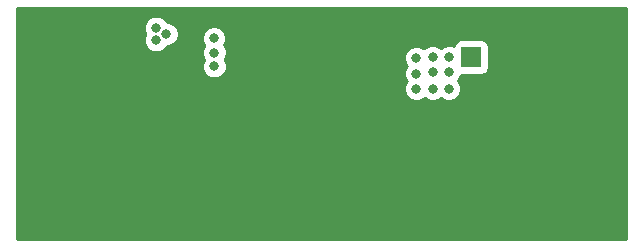
<source format=gbl>
G04 #@! TF.GenerationSoftware,KiCad,Pcbnew,(5.0.1)-4*
G04 #@! TF.CreationDate,2019-05-20T12:55:45-07:00*
G04 #@! TF.ProjectId,Tripler_circuit,547269706C65725F636972637569742E,rev?*
G04 #@! TF.SameCoordinates,Original*
G04 #@! TF.FileFunction,Copper,L4,Bot,Signal*
G04 #@! TF.FilePolarity,Positive*
%FSLAX46Y46*%
G04 Gerber Fmt 4.6, Leading zero omitted, Abs format (unit mm)*
G04 Created by KiCad (PCBNEW (5.0.1)-4) date 5/20/2019 12:55:45 PM*
%MOMM*%
%LPD*%
G01*
G04 APERTURE LIST*
G04 #@! TA.AperFunction,ViaPad*
%ADD10C,0.600000*%
G04 #@! TD*
G04 #@! TA.AperFunction,ComponentPad*
%ADD11C,0.600000*%
G04 #@! TD*
G04 #@! TA.AperFunction,ComponentPad*
%ADD12C,0.350000*%
G04 #@! TD*
G04 #@! TA.AperFunction,ComponentPad*
%ADD13R,1.700000X1.700000*%
G04 #@! TD*
G04 #@! TA.AperFunction,ComponentPad*
%ADD14O,1.700000X1.700000*%
G04 #@! TD*
G04 #@! TA.AperFunction,ViaPad*
%ADD15C,0.800000*%
G04 #@! TD*
G04 #@! TA.AperFunction,ViaPad*
%ADD16C,0.350000*%
G04 #@! TD*
G04 #@! TA.AperFunction,Conductor*
%ADD17C,0.250000*%
G04 #@! TD*
G04 #@! TA.AperFunction,Conductor*
%ADD18C,0.254000*%
G04 #@! TD*
G04 APERTURE END LIST*
D10*
G04 #@! TO.N,GND*
G04 #@! TO.C,U1*
X126140000Y-90890000D03*
X127410000Y-90890000D03*
X128680000Y-90890000D03*
X128680000Y-92390000D03*
X127410000Y-92390000D03*
X126140000Y-92390000D03*
X124870000Y-92390000D03*
X123600000Y-92390000D03*
X123600000Y-93890000D03*
X124870000Y-93890000D03*
X126140000Y-93890000D03*
G04 #@! TD*
D11*
G04 #@! TO.P,U3,2*
G04 #@! TO.N,GND*
X134560000Y-96580000D03*
X135700000Y-96580000D03*
G04 #@! TO.P,U3,4*
X134560000Y-94180000D03*
X135700000Y-94180000D03*
G04 #@! TD*
G04 #@! TO.P,U5,4*
G04 #@! TO.N,GND*
X141420000Y-94170000D03*
X140280000Y-94170000D03*
G04 #@! TO.P,U5,2*
X141420000Y-96570000D03*
X140280000Y-96570000D03*
G04 #@! TD*
D12*
G04 #@! TO.P,U2,9*
G04 #@! TO.N,GND*
X113125000Y-90290000D03*
X113125000Y-89650000D03*
X113125000Y-89010000D03*
G04 #@! TD*
D13*
G04 #@! TO.P,J1,1*
G04 #@! TO.N,+5V*
X138684000Y-86360000D03*
D14*
G04 #@! TO.P,J1,2*
G04 #@! TO.N,GND*
X141224000Y-86360000D03*
G04 #@! TD*
D15*
G04 #@! TO.N,+5V*
X136800000Y-86375000D03*
X135400000Y-86375000D03*
X135400000Y-87650000D03*
X136800000Y-87650000D03*
X136775000Y-89050000D03*
X135425000Y-89050000D03*
X134025000Y-89050000D03*
X134025000Y-87750000D03*
X134025000Y-86425000D03*
X116925000Y-87125000D03*
X116925000Y-86000000D03*
X116900000Y-84750000D03*
X112000000Y-84925000D03*
X112000000Y-83875000D03*
X112875000Y-84400000D03*
G04 #@! TO.N,GND*
X147600000Y-93050000D03*
X150100000Y-95450000D03*
X147625000Y-97675000D03*
X129000000Y-97225000D03*
X126275000Y-97150000D03*
X123625000Y-97150000D03*
X126125000Y-87625000D03*
X102300000Y-89525000D03*
X104625000Y-87100000D03*
X104650000Y-91750000D03*
X141900000Y-88975000D03*
X143175000Y-89000000D03*
X144475000Y-89050000D03*
X144500000Y-87750000D03*
X143225000Y-87700000D03*
X143225000Y-86375000D03*
X144525000Y-86400000D03*
X101525000Y-85125000D03*
X102950000Y-85125000D03*
X104250000Y-85175000D03*
X105475000Y-85175000D03*
X106800000Y-85200000D03*
X108075000Y-85225000D03*
X109200000Y-85900000D03*
X101425000Y-93650000D03*
X102625000Y-93650000D03*
X103825000Y-93625000D03*
X105050000Y-93625000D03*
X106275000Y-93650000D03*
X107400000Y-93650000D03*
X108675000Y-93600000D03*
X109000000Y-92325000D03*
X124825000Y-87650000D03*
X123575000Y-87675000D03*
X127450000Y-87675000D03*
X128650000Y-87675000D03*
X129950000Y-87700000D03*
X124875000Y-97150000D03*
X127600000Y-97225000D03*
X130600000Y-89525000D03*
X130600000Y-91125000D03*
X130650000Y-92425000D03*
X143825000Y-91350000D03*
X145150000Y-91275000D03*
X146500000Y-91325000D03*
X147875000Y-91350000D03*
X149200000Y-91300000D03*
X150575000Y-91300000D03*
X144175000Y-99400000D03*
X145200000Y-99450000D03*
X146475000Y-99475000D03*
X147925000Y-99475000D03*
X149250000Y-99500000D03*
X150600000Y-99475000D03*
X143625000Y-97950000D03*
X143600000Y-92975000D03*
X115675000Y-92850000D03*
X113800000Y-87275000D03*
D16*
X108525000Y-90700000D03*
X109100000Y-90700000D03*
X109725000Y-90700000D03*
X110425000Y-90725000D03*
X111100000Y-91000000D03*
X111550000Y-91375000D03*
X112300000Y-91425000D03*
X113125000Y-91425000D03*
X113875000Y-91450000D03*
X114525000Y-91575000D03*
X114650000Y-92425000D03*
X108325000Y-88050000D03*
X109100000Y-88150000D03*
X109850000Y-88200000D03*
X110700000Y-88200000D03*
X116700000Y-91700000D03*
X116775000Y-90875000D03*
X116775000Y-90450000D03*
X117350000Y-90450000D03*
X118150000Y-90550000D03*
X118900000Y-90650000D03*
X119650000Y-90725000D03*
X120400000Y-90800000D03*
X121100000Y-90950000D03*
X121900000Y-91075000D03*
X121900000Y-91075000D03*
X122550000Y-87775000D03*
X121800000Y-87850000D03*
X121050000Y-87925000D03*
X120325000Y-88025000D03*
X119525000Y-88100000D03*
X118800000Y-88175000D03*
X118225000Y-88200000D03*
X133300000Y-94175000D03*
X132450000Y-94075000D03*
X131600000Y-93975000D03*
X130825000Y-93800000D03*
X129850000Y-93600000D03*
X133175000Y-96500000D03*
X132425000Y-96700000D03*
X131600000Y-96950000D03*
X130850000Y-97050000D03*
X129900000Y-97200000D03*
X136750000Y-94250000D03*
X137575000Y-94250000D03*
X138500000Y-94250000D03*
X139300000Y-94250000D03*
X136725000Y-96575000D03*
X137550000Y-96575000D03*
X138400000Y-96600000D03*
X139225000Y-96600000D03*
X142650000Y-94225000D03*
X143475000Y-94050000D03*
X142350000Y-96625000D03*
X143150000Y-96725000D03*
X144025000Y-96900000D03*
D15*
X110575000Y-93575000D03*
X110525000Y-95950000D03*
X112700000Y-96025000D03*
X112650000Y-94000000D03*
X115600000Y-96150000D03*
X148400000Y-87700000D03*
X148400000Y-84450000D03*
X144125000Y-83625000D03*
X137800000Y-83175000D03*
X133725000Y-83175000D03*
X129575000Y-83175000D03*
X123625000Y-83075000D03*
X123675000Y-85175000D03*
X126925000Y-85175000D03*
X126800000Y-83050000D03*
X130050000Y-85275000D03*
X119800000Y-85175000D03*
X133350000Y-91775000D03*
X136175000Y-91725000D03*
X140000000Y-91775000D03*
X130000000Y-99650000D03*
X126975000Y-99650000D03*
X123775000Y-100725000D03*
X118325000Y-100775000D03*
X120500000Y-93625000D03*
X120550000Y-96200000D03*
X120775000Y-100900000D03*
X118225000Y-98600000D03*
X120550000Y-98650000D03*
X118200000Y-93475000D03*
X118225000Y-96350000D03*
X139825000Y-98750000D03*
X133150000Y-98650000D03*
X133000000Y-101000000D03*
X136350000Y-100900000D03*
X142300000Y-100025000D03*
X136300000Y-98700000D03*
X139875000Y-101000000D03*
G04 #@! TD*
D17*
G04 #@! TO.N,GND*
X141890000Y-86360000D02*
X141900000Y-86350000D01*
X141925000Y-88950000D02*
X141900000Y-88975000D01*
X143175000Y-89000000D02*
X144425000Y-89000000D01*
X144425000Y-89000000D02*
X144475000Y-89050000D01*
X144500000Y-87750000D02*
X143275000Y-87750000D01*
X143275000Y-87750000D02*
X143225000Y-87700000D01*
X143225000Y-86375000D02*
X144500000Y-86375000D01*
X144500000Y-86375000D02*
X144525000Y-86400000D01*
X101525000Y-85125000D02*
X102950000Y-85125000D01*
X104250000Y-85175000D02*
X105475000Y-85175000D01*
X106800000Y-85200000D02*
X108050000Y-85200000D01*
X108050000Y-85200000D02*
X108075000Y-85225000D01*
X101425000Y-93650000D02*
X102625000Y-93650000D01*
X103825000Y-93625000D02*
X105050000Y-93625000D01*
X106275000Y-93650000D02*
X107400000Y-93650000D01*
X108675000Y-93600000D02*
X108675000Y-92650000D01*
X108675000Y-92650000D02*
X109000000Y-92325000D01*
X124825000Y-87650000D02*
X123600000Y-87650000D01*
X123600000Y-87650000D02*
X123575000Y-87675000D01*
X127450000Y-87675000D02*
X128650000Y-87675000D01*
X126275000Y-97150000D02*
X124875000Y-97150000D01*
X124875000Y-97150000D02*
X123625000Y-97150000D01*
X130600000Y-89525000D02*
X130600000Y-91125000D01*
X143825000Y-91350000D02*
X145075000Y-91350000D01*
X145075000Y-91350000D02*
X145150000Y-91275000D01*
X146500000Y-91325000D02*
X147850000Y-91325000D01*
X147850000Y-91325000D02*
X147875000Y-91350000D01*
X149200000Y-91300000D02*
X150575000Y-91300000D01*
X144175000Y-99400000D02*
X145150000Y-99400000D01*
X145150000Y-99400000D02*
X145200000Y-99450000D01*
X146475000Y-99475000D02*
X147925000Y-99475000D01*
X149250000Y-99500000D02*
X150575000Y-99500000D01*
X150575000Y-99500000D02*
X150600000Y-99475000D01*
X143825000Y-91350000D02*
X143825000Y-92750000D01*
X143825000Y-92750000D02*
X143600000Y-92975000D01*
X108525000Y-90700000D02*
X109100000Y-90700000D01*
X109725000Y-90700000D02*
X110400000Y-90700000D01*
X110400000Y-90700000D02*
X110425000Y-90725000D01*
X111100000Y-91000000D02*
X111175000Y-91000000D01*
X111175000Y-91000000D02*
X111550000Y-91375000D01*
X112300000Y-91425000D02*
X113125000Y-91425000D01*
X114700000Y-91450000D02*
X114775000Y-91375000D01*
X114525000Y-91575000D02*
X114525000Y-92300000D01*
X114525000Y-92300000D02*
X114650000Y-92425000D01*
X108325000Y-88050000D02*
X109000000Y-88050000D01*
X109000000Y-88050000D02*
X109100000Y-88150000D01*
X109850000Y-88200000D02*
X110700000Y-88200000D01*
X116700000Y-91700000D02*
X116700000Y-90950000D01*
X116700000Y-90950000D02*
X116775000Y-90875000D01*
X116775000Y-90450000D02*
X117350000Y-90450000D01*
X118150000Y-90550000D02*
X118800000Y-90550000D01*
X118800000Y-90550000D02*
X118900000Y-90650000D01*
X119650000Y-90725000D02*
X120325000Y-90725000D01*
X120325000Y-90725000D02*
X120400000Y-90800000D01*
X121100000Y-90950000D02*
X121775000Y-90950000D01*
X121775000Y-90950000D02*
X121900000Y-91075000D01*
X122550000Y-87775000D02*
X121875000Y-87775000D01*
X121875000Y-87775000D02*
X121800000Y-87850000D01*
X121050000Y-87925000D02*
X120425000Y-87925000D01*
X120425000Y-87925000D02*
X120325000Y-88025000D01*
X119525000Y-88100000D02*
X118875000Y-88100000D01*
X118875000Y-88100000D02*
X118800000Y-88175000D01*
X133300000Y-94175000D02*
X132550000Y-94175000D01*
X132550000Y-94175000D02*
X132450000Y-94075000D01*
X131600000Y-93975000D02*
X131000000Y-93975000D01*
X131000000Y-93975000D02*
X130825000Y-93800000D01*
X133175000Y-96500000D02*
X132625000Y-96500000D01*
X132625000Y-96500000D02*
X132425000Y-96700000D01*
X131600000Y-96950000D02*
X130950000Y-96950000D01*
X130950000Y-96950000D02*
X130850000Y-97050000D01*
X136750000Y-94250000D02*
X137575000Y-94250000D01*
X138500000Y-94250000D02*
X139300000Y-94250000D01*
X136725000Y-96575000D02*
X137550000Y-96575000D01*
X138400000Y-96600000D02*
X139225000Y-96600000D01*
X142650000Y-94225000D02*
X143300000Y-94225000D01*
X143300000Y-94225000D02*
X143475000Y-94050000D01*
X142350000Y-96625000D02*
X143050000Y-96625000D01*
X143050000Y-96625000D02*
X143150000Y-96725000D01*
X110575000Y-93575000D02*
X110575000Y-95900000D01*
X110575000Y-95900000D02*
X110525000Y-95950000D01*
X112700000Y-96025000D02*
X112700000Y-94050000D01*
X112700000Y-94050000D02*
X112650000Y-94000000D01*
X115600000Y-96150000D02*
X115600000Y-98600000D01*
X115600000Y-98600000D02*
X115450000Y-98750000D01*
X144500000Y-87750000D02*
X148350000Y-87750000D01*
X148350000Y-87750000D02*
X148400000Y-87700000D01*
X148400000Y-84450000D02*
X144950000Y-84450000D01*
X144950000Y-84450000D02*
X144125000Y-83625000D01*
X137800000Y-83175000D02*
X133725000Y-83175000D01*
X129575000Y-83175000D02*
X123725000Y-83175000D01*
X123725000Y-83175000D02*
X123625000Y-83075000D01*
X123675000Y-85175000D02*
X126925000Y-85175000D01*
X126925000Y-85175000D02*
X129950000Y-85175000D01*
X129950000Y-85175000D02*
X130050000Y-85275000D01*
X133350000Y-91775000D02*
X136125000Y-91775000D01*
X136125000Y-91775000D02*
X136175000Y-91725000D01*
X120350000Y-93475000D02*
X120500000Y-93625000D01*
X120775000Y-100900000D02*
X123600000Y-100900000D01*
X118225000Y-100675000D02*
X118325000Y-100775000D01*
X133000000Y-101000000D02*
X133000000Y-98800000D01*
X118225000Y-98600000D02*
X118225000Y-96350000D01*
X115375000Y-100675000D02*
X118225000Y-100675000D01*
X126975000Y-99650000D02*
X130000000Y-99650000D01*
X139875000Y-98800000D02*
X139825000Y-98750000D01*
X139875000Y-101000000D02*
X139875000Y-98800000D01*
X136300000Y-100850000D02*
X136350000Y-100900000D01*
X136300000Y-98700000D02*
X136300000Y-100850000D01*
X118200000Y-93475000D02*
X120350000Y-93475000D01*
X120550000Y-96200000D02*
X120550000Y-98650000D01*
X123600000Y-100900000D02*
X123775000Y-100725000D01*
X133000000Y-98800000D02*
X133150000Y-98650000D01*
G04 #@! TD*
D18*
G04 #@! TO.N,GND*
G36*
X151765000Y-101727000D02*
X100203000Y-101727000D01*
X100203000Y-83669126D01*
X110965000Y-83669126D01*
X110965000Y-84080874D01*
X111097186Y-84400000D01*
X110965000Y-84719126D01*
X110965000Y-85130874D01*
X111122569Y-85511280D01*
X111413720Y-85802431D01*
X111794126Y-85960000D01*
X112205874Y-85960000D01*
X112586280Y-85802431D01*
X112877431Y-85511280D01*
X112909027Y-85435000D01*
X113080874Y-85435000D01*
X113461280Y-85277431D01*
X113752431Y-84986280D01*
X113910000Y-84605874D01*
X113910000Y-84544126D01*
X115865000Y-84544126D01*
X115865000Y-84955874D01*
X116022569Y-85336280D01*
X116073789Y-85387500D01*
X116047569Y-85413720D01*
X115890000Y-85794126D01*
X115890000Y-86205874D01*
X116037719Y-86562500D01*
X115890000Y-86919126D01*
X115890000Y-87330874D01*
X116047569Y-87711280D01*
X116338720Y-88002431D01*
X116719126Y-88160000D01*
X117130874Y-88160000D01*
X117511280Y-88002431D01*
X117802431Y-87711280D01*
X117960000Y-87330874D01*
X117960000Y-86919126D01*
X117812281Y-86562500D01*
X117954510Y-86219126D01*
X132990000Y-86219126D01*
X132990000Y-86630874D01*
X133147569Y-87011280D01*
X133223789Y-87087500D01*
X133147569Y-87163720D01*
X132990000Y-87544126D01*
X132990000Y-87955874D01*
X133147569Y-88336280D01*
X133211289Y-88400000D01*
X133147569Y-88463720D01*
X132990000Y-88844126D01*
X132990000Y-89255874D01*
X133147569Y-89636280D01*
X133438720Y-89927431D01*
X133819126Y-90085000D01*
X134230874Y-90085000D01*
X134611280Y-89927431D01*
X134725000Y-89813711D01*
X134838720Y-89927431D01*
X135219126Y-90085000D01*
X135630874Y-90085000D01*
X136011280Y-89927431D01*
X136100000Y-89838711D01*
X136188720Y-89927431D01*
X136569126Y-90085000D01*
X136980874Y-90085000D01*
X137361280Y-89927431D01*
X137652431Y-89636280D01*
X137810000Y-89255874D01*
X137810000Y-88844126D01*
X137652431Y-88463720D01*
X137551211Y-88362500D01*
X137677431Y-88236280D01*
X137834351Y-87857440D01*
X139534000Y-87857440D01*
X139781765Y-87808157D01*
X139991809Y-87667809D01*
X140132157Y-87457765D01*
X140181440Y-87210000D01*
X140181440Y-85510000D01*
X140132157Y-85262235D01*
X139991809Y-85052191D01*
X139781765Y-84911843D01*
X139534000Y-84862560D01*
X137834000Y-84862560D01*
X137586235Y-84911843D01*
X137376191Y-85052191D01*
X137235843Y-85262235D01*
X137204047Y-85422086D01*
X137005874Y-85340000D01*
X136594126Y-85340000D01*
X136213720Y-85497569D01*
X136100000Y-85611289D01*
X135986280Y-85497569D01*
X135605874Y-85340000D01*
X135194126Y-85340000D01*
X134813720Y-85497569D01*
X134687500Y-85623789D01*
X134611280Y-85547569D01*
X134230874Y-85390000D01*
X133819126Y-85390000D01*
X133438720Y-85547569D01*
X133147569Y-85838720D01*
X132990000Y-86219126D01*
X117954510Y-86219126D01*
X117960000Y-86205874D01*
X117960000Y-85794126D01*
X117802431Y-85413720D01*
X117751211Y-85362500D01*
X117777431Y-85336280D01*
X117935000Y-84955874D01*
X117935000Y-84544126D01*
X117777431Y-84163720D01*
X117486280Y-83872569D01*
X117105874Y-83715000D01*
X116694126Y-83715000D01*
X116313720Y-83872569D01*
X116022569Y-84163720D01*
X115865000Y-84544126D01*
X113910000Y-84544126D01*
X113910000Y-84194126D01*
X113752431Y-83813720D01*
X113461280Y-83522569D01*
X113080874Y-83365000D01*
X112909027Y-83365000D01*
X112877431Y-83288720D01*
X112586280Y-82997569D01*
X112205874Y-82840000D01*
X111794126Y-82840000D01*
X111413720Y-82997569D01*
X111122569Y-83288720D01*
X110965000Y-83669126D01*
X100203000Y-83669126D01*
X100203000Y-82169000D01*
X151765000Y-82169000D01*
X151765000Y-101727000D01*
X151765000Y-101727000D01*
G37*
X151765000Y-101727000D02*
X100203000Y-101727000D01*
X100203000Y-83669126D01*
X110965000Y-83669126D01*
X110965000Y-84080874D01*
X111097186Y-84400000D01*
X110965000Y-84719126D01*
X110965000Y-85130874D01*
X111122569Y-85511280D01*
X111413720Y-85802431D01*
X111794126Y-85960000D01*
X112205874Y-85960000D01*
X112586280Y-85802431D01*
X112877431Y-85511280D01*
X112909027Y-85435000D01*
X113080874Y-85435000D01*
X113461280Y-85277431D01*
X113752431Y-84986280D01*
X113910000Y-84605874D01*
X113910000Y-84544126D01*
X115865000Y-84544126D01*
X115865000Y-84955874D01*
X116022569Y-85336280D01*
X116073789Y-85387500D01*
X116047569Y-85413720D01*
X115890000Y-85794126D01*
X115890000Y-86205874D01*
X116037719Y-86562500D01*
X115890000Y-86919126D01*
X115890000Y-87330874D01*
X116047569Y-87711280D01*
X116338720Y-88002431D01*
X116719126Y-88160000D01*
X117130874Y-88160000D01*
X117511280Y-88002431D01*
X117802431Y-87711280D01*
X117960000Y-87330874D01*
X117960000Y-86919126D01*
X117812281Y-86562500D01*
X117954510Y-86219126D01*
X132990000Y-86219126D01*
X132990000Y-86630874D01*
X133147569Y-87011280D01*
X133223789Y-87087500D01*
X133147569Y-87163720D01*
X132990000Y-87544126D01*
X132990000Y-87955874D01*
X133147569Y-88336280D01*
X133211289Y-88400000D01*
X133147569Y-88463720D01*
X132990000Y-88844126D01*
X132990000Y-89255874D01*
X133147569Y-89636280D01*
X133438720Y-89927431D01*
X133819126Y-90085000D01*
X134230874Y-90085000D01*
X134611280Y-89927431D01*
X134725000Y-89813711D01*
X134838720Y-89927431D01*
X135219126Y-90085000D01*
X135630874Y-90085000D01*
X136011280Y-89927431D01*
X136100000Y-89838711D01*
X136188720Y-89927431D01*
X136569126Y-90085000D01*
X136980874Y-90085000D01*
X137361280Y-89927431D01*
X137652431Y-89636280D01*
X137810000Y-89255874D01*
X137810000Y-88844126D01*
X137652431Y-88463720D01*
X137551211Y-88362500D01*
X137677431Y-88236280D01*
X137834351Y-87857440D01*
X139534000Y-87857440D01*
X139781765Y-87808157D01*
X139991809Y-87667809D01*
X140132157Y-87457765D01*
X140181440Y-87210000D01*
X140181440Y-85510000D01*
X140132157Y-85262235D01*
X139991809Y-85052191D01*
X139781765Y-84911843D01*
X139534000Y-84862560D01*
X137834000Y-84862560D01*
X137586235Y-84911843D01*
X137376191Y-85052191D01*
X137235843Y-85262235D01*
X137204047Y-85422086D01*
X137005874Y-85340000D01*
X136594126Y-85340000D01*
X136213720Y-85497569D01*
X136100000Y-85611289D01*
X135986280Y-85497569D01*
X135605874Y-85340000D01*
X135194126Y-85340000D01*
X134813720Y-85497569D01*
X134687500Y-85623789D01*
X134611280Y-85547569D01*
X134230874Y-85390000D01*
X133819126Y-85390000D01*
X133438720Y-85547569D01*
X133147569Y-85838720D01*
X132990000Y-86219126D01*
X117954510Y-86219126D01*
X117960000Y-86205874D01*
X117960000Y-85794126D01*
X117802431Y-85413720D01*
X117751211Y-85362500D01*
X117777431Y-85336280D01*
X117935000Y-84955874D01*
X117935000Y-84544126D01*
X117777431Y-84163720D01*
X117486280Y-83872569D01*
X117105874Y-83715000D01*
X116694126Y-83715000D01*
X116313720Y-83872569D01*
X116022569Y-84163720D01*
X115865000Y-84544126D01*
X113910000Y-84544126D01*
X113910000Y-84194126D01*
X113752431Y-83813720D01*
X113461280Y-83522569D01*
X113080874Y-83365000D01*
X112909027Y-83365000D01*
X112877431Y-83288720D01*
X112586280Y-82997569D01*
X112205874Y-82840000D01*
X111794126Y-82840000D01*
X111413720Y-82997569D01*
X111122569Y-83288720D01*
X110965000Y-83669126D01*
X100203000Y-83669126D01*
X100203000Y-82169000D01*
X151765000Y-82169000D01*
X151765000Y-101727000D01*
G04 #@! TD*
M02*

</source>
